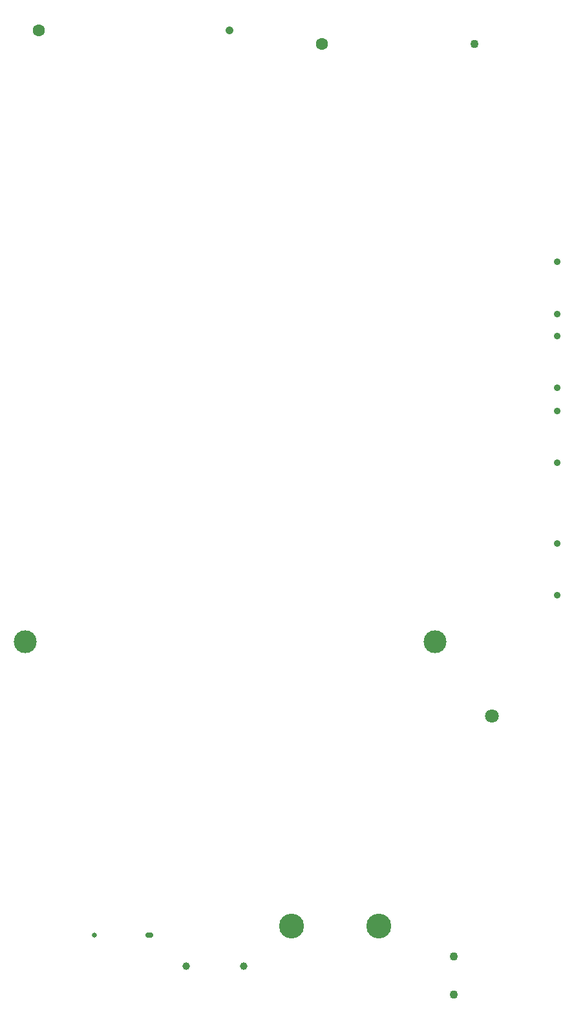
<source format=gbr>
%TF.GenerationSoftware,KiCad,Pcbnew,(5.99.0-459-gf0c386f5d-dirty)*%
%TF.CreationDate,2019-12-04T11:21:07+01:00*%
%TF.ProjectId,dvk-mx8m-bsb,64766b2d-6d78-4386-9d2d-6273622e6b69,v1.0.0*%
%TF.SameCoordinates,Original*%
%TF.FileFunction,NonPlated,1,6,NPTH,Mixed*%
%TF.FilePolarity,Positive*%
%FSLAX46Y46*%
G04 Gerber Fmt 4.6, Leading zero omitted, Abs format (unit mm)*
G04 Created by KiCad (PCBNEW (5.99.0-459-gf0c386f5d-dirty)) date 2019-12-04 11:21:07*
%MOMM*%
%LPD*%
G04 APERTURE LIST*
%TA.AperFunction,ComponentDrill*%
%ADD10C,0.650000*%
%TD*%
G04 aperture for slot hole*
%TA.AperFunction,ComponentDrill*%
%ADD11C,0.650000*%
%TD*%
%TA.AperFunction,ComponentDrill*%
%ADD12C,0.900000*%
%TD*%
%TA.AperFunction,ComponentDrill*%
%ADD13C,1.000000*%
%TD*%
%TA.AperFunction,ComponentDrill*%
%ADD14C,1.050000*%
%TD*%
%TA.AperFunction,ComponentDrill*%
%ADD15C,1.100000*%
%TD*%
%TA.AperFunction,ComponentDrill*%
%ADD16C,1.600000*%
%TD*%
%TA.AperFunction,ComponentDrill*%
%ADD17C,1.800000*%
%TD*%
%TA.AperFunction,ComponentDrill*%
%ADD18C,3.000000*%
%TD*%
%TA.AperFunction,ComponentDrill*%
%ADD19C,3.260000*%
%TD*%
G04 APERTURE END LIST*
D10*
%TO.C,J201*%
X87200000Y-228900000D03*
D11*
X94550000Y-228900000D02*
X94250000Y-228900000D01*
D12*
%TO.C,SW1801*%
X147845000Y-140700000D03*
X147845000Y-147500000D03*
%TO.C,SW1501*%
X147845000Y-150400000D03*
X147845000Y-157200000D03*
%TO.C,SW1301*%
X147845000Y-160200000D03*
X147845000Y-167000000D03*
%TO.C,SW501*%
X147845000Y-177600000D03*
X147845000Y-184400000D03*
D13*
%TO.C,J1901*%
X99250000Y-232925000D03*
X106750000Y-232925000D03*
D14*
%TO.C,J1502*%
X104950000Y-110350000D03*
D15*
%TO.C,J1601*%
X134300000Y-231675000D03*
X134300000Y-236675000D03*
%TO.C,J1803*%
X137000000Y-112115000D03*
D16*
X117000000Y-112115000D03*
%TO.C,J1502*%
X79950000Y-110350000D03*
D17*
%TO.C,BT301*%
X139250000Y-200200000D03*
D18*
X78150000Y-190500000D03*
X131850000Y-190500000D03*
D19*
%TO.C,J1701*%
X113085000Y-227700000D03*
X124515000Y-227700000D03*
M02*

</source>
